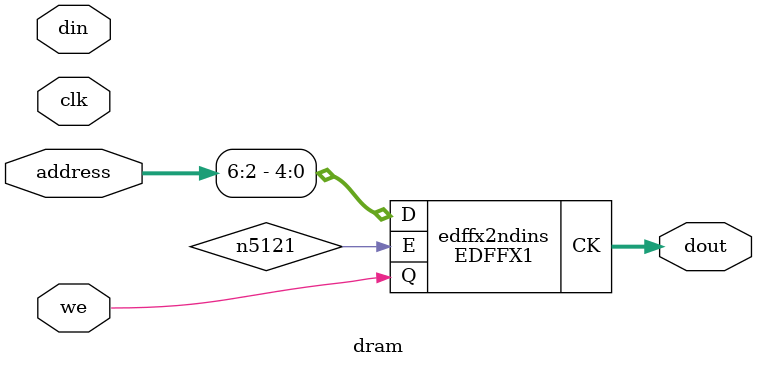
<source format=v>

module EDFFX1 ( D , CK, E, Q );
input [4:0] D;
output [2:0] CK;
input E,Q;
wire abc[1], abc[2:0];
endmodule

module dram ( clk, address, we, din, dout );
input  [6:0] address;
output [2:0] dout;
input  [2:0] din;
input  clk, we;
wire n1111, n1234, n5121, mytest[1];

EDFFX1 edffxax (.CK(mytest[1]) );
EDFFX1 edffx2ndins (.CK(dout[2:0]),  .Q(we) , .E(n5121), .D( { address[6], address[5], address[4], address[3], address[2] } ));

endmodule


module dramtester ( D , CK, E, Q );
input D;
output [2:0] CK;
input E,Q;
wire abc[2:0];

dram dram1 ( .din(3'b110) );
endmodule

</source>
